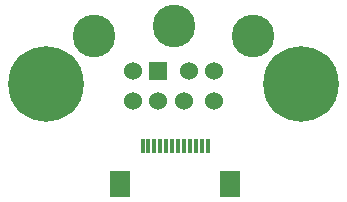
<source format=gts>
%TF.GenerationSoftware,KiCad,Pcbnew,5.1.12-84ad8e8a86~92~ubuntu20.04.1*%
%TF.CreationDate,2021-12-07T00:18:18-06:00*%
%TF.ProjectId,portboard_ffc,706f7274-626f-4617-9264-5f6666632e6b,rev?*%
%TF.SameCoordinates,Original*%
%TF.FileFunction,Soldermask,Top*%
%TF.FilePolarity,Negative*%
%FSLAX46Y46*%
G04 Gerber Fmt 4.6, Leading zero omitted, Abs format (unit mm)*
G04 Created by KiCad (PCBNEW 5.1.12-84ad8e8a86~92~ubuntu20.04.1) date 2021-12-07 00:18:18*
%MOMM*%
%LPD*%
G01*
G04 APERTURE LIST*
%ADD10R,0.300000X1.300000*%
%ADD11R,1.800000X2.200000*%
%ADD12C,1.524000*%
%ADD13C,3.601600*%
%ADD14C,6.400000*%
G04 APERTURE END LIST*
D10*
%TO.C,J1*%
X69806000Y-44886000D03*
X69306000Y-44886000D03*
X68806000Y-44886000D03*
X68306000Y-44886000D03*
X67806000Y-44886000D03*
X67306000Y-44886000D03*
X66806000Y-44886000D03*
X66306000Y-44886000D03*
X65806000Y-44886000D03*
X65306000Y-44886000D03*
X64806000Y-44886000D03*
X64306000Y-44886000D03*
D11*
X62406000Y-48136000D03*
X71706000Y-48136000D03*
%TD*%
D12*
%TO.C,J2*%
X67829000Y-41053000D03*
X65629000Y-41053000D03*
X63529000Y-41053000D03*
X70329000Y-41053000D03*
X70329000Y-38553000D03*
X63529000Y-38553000D03*
G36*
G01*
X64867000Y-39264200D02*
X64867000Y-37841800D01*
G75*
G02*
X64917800Y-37791000I50800J0D01*
G01*
X66340200Y-37791000D01*
G75*
G02*
X66391000Y-37841800I0J-50800D01*
G01*
X66391000Y-39264200D01*
G75*
G02*
X66340200Y-39315000I-50800J0D01*
G01*
X64917800Y-39315000D01*
G75*
G02*
X64867000Y-39264200I0J50800D01*
G01*
G37*
X68229000Y-38553000D03*
D13*
X66929000Y-34753000D03*
X60179000Y-35553000D03*
X73679000Y-35553000D03*
%TD*%
D14*
%TO.C,H2*%
X77724000Y-39624000D03*
%TD*%
%TO.C,H1*%
X56134000Y-39624000D03*
%TD*%
M02*

</source>
